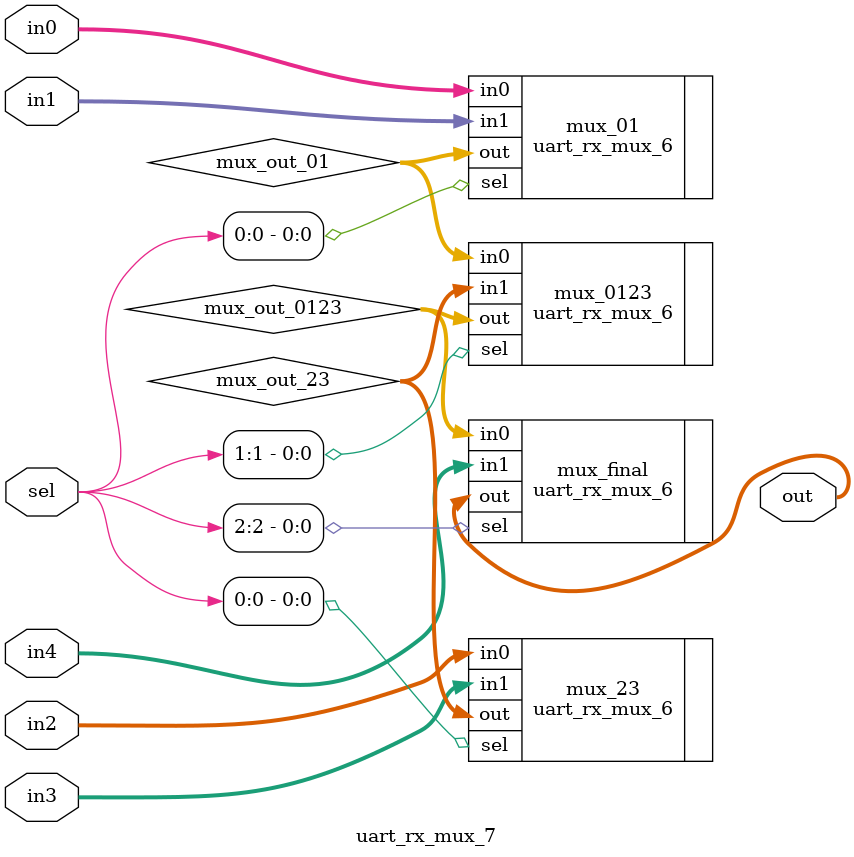
<source format=sv>
module uart_rx_mux_7 (
  input  logic [2:0] sel,
  input  logic [2:0] in0,
  input  logic [2:0] in1,
  input  logic [2:0] in2,
  input  logic [2:0] in3,
  input  logic [2:0] in4,
  output logic [2:0] out
);
  // Señales intermedias para los multiplexores
  logic [2:0] mux_out_01, mux_out_23, mux_out_0123;

  // Multiplexor para in0 e in1
  uart_rx_mux_6 mux_01 (
    .sel(sel[0]),
    .in0(in0),
    .in1(in1),
    .out(mux_out_01)
  );

  // Multiplexor para in2 e in3
  uart_rx_mux_6 mux_23 (
    .sel(sel[0]),
    .in0(in2),
    .in1(in3),
    .out(mux_out_23)
  );

  // Multiplexor para los resultados de mux_01 y mux_23
  uart_rx_mux_6 mux_0123 (
    .sel(sel[1]),
    .in0(mux_out_01),
    .in1(mux_out_23),
    .out(mux_out_0123)
  );

  // Multiplexor final para seleccionar entre mux_0123 e in4
  uart_rx_mux_6 mux_final (
    .sel(sel[2]),
    .in0(mux_out_0123),
    .in1(in4),
    .out(out)
  );

endmodule
</source>
